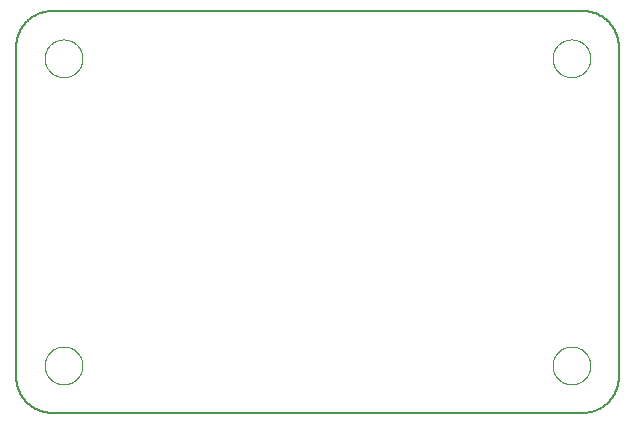
<source format=gbp>
G75*
%MOIN*%
%OFA0B0*%
%FSLAX25Y25*%
%IPPOS*%
%LPD*%
%AMOC8*
5,1,8,0,0,1.08239X$1,22.5*
%
%ADD10C,0.00800*%
%ADD11C,0.00000*%
D10*
X0013211Y0001400D02*
X0190376Y0001400D01*
X0190661Y0001403D01*
X0190947Y0001414D01*
X0191232Y0001431D01*
X0191516Y0001455D01*
X0191800Y0001486D01*
X0192083Y0001524D01*
X0192364Y0001569D01*
X0192645Y0001620D01*
X0192925Y0001678D01*
X0193203Y0001743D01*
X0193479Y0001815D01*
X0193753Y0001893D01*
X0194026Y0001978D01*
X0194296Y0002070D01*
X0194564Y0002168D01*
X0194830Y0002272D01*
X0195093Y0002383D01*
X0195353Y0002500D01*
X0195611Y0002623D01*
X0195865Y0002753D01*
X0196116Y0002889D01*
X0196364Y0003030D01*
X0196608Y0003178D01*
X0196849Y0003331D01*
X0197085Y0003491D01*
X0197318Y0003656D01*
X0197547Y0003826D01*
X0197772Y0004002D01*
X0197992Y0004184D01*
X0198208Y0004370D01*
X0198419Y0004562D01*
X0198626Y0004759D01*
X0198828Y0004961D01*
X0199025Y0005168D01*
X0199217Y0005379D01*
X0199403Y0005595D01*
X0199585Y0005815D01*
X0199761Y0006040D01*
X0199931Y0006269D01*
X0200096Y0006502D01*
X0200256Y0006738D01*
X0200409Y0006979D01*
X0200557Y0007223D01*
X0200698Y0007471D01*
X0200834Y0007722D01*
X0200964Y0007976D01*
X0201087Y0008234D01*
X0201204Y0008494D01*
X0201315Y0008757D01*
X0201419Y0009023D01*
X0201517Y0009291D01*
X0201609Y0009561D01*
X0201694Y0009834D01*
X0201772Y0010108D01*
X0201844Y0010384D01*
X0201909Y0010662D01*
X0201967Y0010942D01*
X0202018Y0011223D01*
X0202063Y0011504D01*
X0202101Y0011787D01*
X0202132Y0012071D01*
X0202156Y0012355D01*
X0202173Y0012640D01*
X0202184Y0012926D01*
X0202187Y0013211D01*
X0202187Y0123447D01*
X0202184Y0123732D01*
X0202173Y0124018D01*
X0202156Y0124303D01*
X0202132Y0124587D01*
X0202101Y0124871D01*
X0202063Y0125154D01*
X0202018Y0125435D01*
X0201967Y0125716D01*
X0201909Y0125996D01*
X0201844Y0126274D01*
X0201772Y0126550D01*
X0201694Y0126824D01*
X0201609Y0127097D01*
X0201517Y0127367D01*
X0201419Y0127635D01*
X0201315Y0127901D01*
X0201204Y0128164D01*
X0201087Y0128424D01*
X0200964Y0128682D01*
X0200834Y0128936D01*
X0200698Y0129187D01*
X0200557Y0129435D01*
X0200409Y0129679D01*
X0200256Y0129920D01*
X0200096Y0130156D01*
X0199931Y0130389D01*
X0199761Y0130618D01*
X0199585Y0130843D01*
X0199403Y0131063D01*
X0199217Y0131279D01*
X0199025Y0131490D01*
X0198828Y0131697D01*
X0198626Y0131899D01*
X0198419Y0132096D01*
X0198208Y0132288D01*
X0197992Y0132474D01*
X0197772Y0132656D01*
X0197547Y0132832D01*
X0197318Y0133002D01*
X0197085Y0133167D01*
X0196849Y0133327D01*
X0196608Y0133480D01*
X0196364Y0133628D01*
X0196116Y0133769D01*
X0195865Y0133905D01*
X0195611Y0134035D01*
X0195353Y0134158D01*
X0195093Y0134275D01*
X0194830Y0134386D01*
X0194564Y0134490D01*
X0194296Y0134588D01*
X0194026Y0134680D01*
X0193753Y0134765D01*
X0193479Y0134843D01*
X0193203Y0134915D01*
X0192925Y0134980D01*
X0192645Y0135038D01*
X0192364Y0135089D01*
X0192083Y0135134D01*
X0191800Y0135172D01*
X0191516Y0135203D01*
X0191232Y0135227D01*
X0190947Y0135244D01*
X0190661Y0135255D01*
X0190376Y0135258D01*
X0013211Y0135258D01*
X0012926Y0135255D01*
X0012640Y0135244D01*
X0012355Y0135227D01*
X0012071Y0135203D01*
X0011787Y0135172D01*
X0011504Y0135134D01*
X0011223Y0135089D01*
X0010942Y0135038D01*
X0010662Y0134980D01*
X0010384Y0134915D01*
X0010108Y0134843D01*
X0009834Y0134765D01*
X0009561Y0134680D01*
X0009291Y0134588D01*
X0009023Y0134490D01*
X0008757Y0134386D01*
X0008494Y0134275D01*
X0008234Y0134158D01*
X0007976Y0134035D01*
X0007722Y0133905D01*
X0007471Y0133769D01*
X0007223Y0133628D01*
X0006979Y0133480D01*
X0006738Y0133327D01*
X0006502Y0133167D01*
X0006269Y0133002D01*
X0006040Y0132832D01*
X0005815Y0132656D01*
X0005595Y0132474D01*
X0005379Y0132288D01*
X0005168Y0132096D01*
X0004961Y0131899D01*
X0004759Y0131697D01*
X0004562Y0131490D01*
X0004370Y0131279D01*
X0004184Y0131063D01*
X0004002Y0130843D01*
X0003826Y0130618D01*
X0003656Y0130389D01*
X0003491Y0130156D01*
X0003331Y0129920D01*
X0003178Y0129679D01*
X0003030Y0129435D01*
X0002889Y0129187D01*
X0002753Y0128936D01*
X0002623Y0128682D01*
X0002500Y0128424D01*
X0002383Y0128164D01*
X0002272Y0127901D01*
X0002168Y0127635D01*
X0002070Y0127367D01*
X0001978Y0127097D01*
X0001893Y0126824D01*
X0001815Y0126550D01*
X0001743Y0126274D01*
X0001678Y0125996D01*
X0001620Y0125716D01*
X0001569Y0125435D01*
X0001524Y0125154D01*
X0001486Y0124871D01*
X0001455Y0124587D01*
X0001431Y0124303D01*
X0001414Y0124018D01*
X0001403Y0123732D01*
X0001400Y0123447D01*
X0001400Y0013211D01*
X0001403Y0012926D01*
X0001414Y0012640D01*
X0001431Y0012355D01*
X0001455Y0012071D01*
X0001486Y0011787D01*
X0001524Y0011504D01*
X0001569Y0011223D01*
X0001620Y0010942D01*
X0001678Y0010662D01*
X0001743Y0010384D01*
X0001815Y0010108D01*
X0001893Y0009834D01*
X0001978Y0009561D01*
X0002070Y0009291D01*
X0002168Y0009023D01*
X0002272Y0008757D01*
X0002383Y0008494D01*
X0002500Y0008234D01*
X0002623Y0007976D01*
X0002753Y0007722D01*
X0002889Y0007471D01*
X0003030Y0007223D01*
X0003178Y0006979D01*
X0003331Y0006738D01*
X0003491Y0006502D01*
X0003656Y0006269D01*
X0003826Y0006040D01*
X0004002Y0005815D01*
X0004184Y0005595D01*
X0004370Y0005379D01*
X0004562Y0005168D01*
X0004759Y0004961D01*
X0004961Y0004759D01*
X0005168Y0004562D01*
X0005379Y0004370D01*
X0005595Y0004184D01*
X0005815Y0004002D01*
X0006040Y0003826D01*
X0006269Y0003656D01*
X0006502Y0003491D01*
X0006738Y0003331D01*
X0006979Y0003178D01*
X0007223Y0003030D01*
X0007471Y0002889D01*
X0007722Y0002753D01*
X0007976Y0002623D01*
X0008234Y0002500D01*
X0008494Y0002383D01*
X0008757Y0002272D01*
X0009023Y0002168D01*
X0009291Y0002070D01*
X0009561Y0001978D01*
X0009834Y0001893D01*
X0010108Y0001815D01*
X0010384Y0001743D01*
X0010662Y0001678D01*
X0010942Y0001620D01*
X0011223Y0001569D01*
X0011504Y0001524D01*
X0011787Y0001486D01*
X0012071Y0001455D01*
X0012355Y0001431D01*
X0012640Y0001414D01*
X0012926Y0001403D01*
X0013211Y0001400D01*
D11*
X0010849Y0017148D02*
X0010851Y0017306D01*
X0010857Y0017464D01*
X0010867Y0017622D01*
X0010881Y0017780D01*
X0010899Y0017937D01*
X0010920Y0018094D01*
X0010946Y0018250D01*
X0010976Y0018406D01*
X0011009Y0018561D01*
X0011047Y0018714D01*
X0011088Y0018867D01*
X0011133Y0019019D01*
X0011182Y0019170D01*
X0011235Y0019319D01*
X0011291Y0019467D01*
X0011351Y0019613D01*
X0011415Y0019758D01*
X0011483Y0019901D01*
X0011554Y0020043D01*
X0011628Y0020183D01*
X0011706Y0020320D01*
X0011788Y0020456D01*
X0011872Y0020590D01*
X0011961Y0020721D01*
X0012052Y0020850D01*
X0012147Y0020977D01*
X0012244Y0021102D01*
X0012345Y0021224D01*
X0012449Y0021343D01*
X0012556Y0021460D01*
X0012666Y0021574D01*
X0012779Y0021685D01*
X0012894Y0021794D01*
X0013012Y0021899D01*
X0013133Y0022001D01*
X0013256Y0022101D01*
X0013382Y0022197D01*
X0013510Y0022290D01*
X0013640Y0022380D01*
X0013773Y0022466D01*
X0013908Y0022550D01*
X0014044Y0022629D01*
X0014183Y0022706D01*
X0014324Y0022778D01*
X0014466Y0022848D01*
X0014610Y0022913D01*
X0014756Y0022975D01*
X0014903Y0023033D01*
X0015052Y0023088D01*
X0015202Y0023139D01*
X0015353Y0023186D01*
X0015505Y0023229D01*
X0015658Y0023268D01*
X0015813Y0023304D01*
X0015968Y0023335D01*
X0016124Y0023363D01*
X0016280Y0023387D01*
X0016437Y0023407D01*
X0016595Y0023423D01*
X0016752Y0023435D01*
X0016911Y0023443D01*
X0017069Y0023447D01*
X0017227Y0023447D01*
X0017385Y0023443D01*
X0017544Y0023435D01*
X0017701Y0023423D01*
X0017859Y0023407D01*
X0018016Y0023387D01*
X0018172Y0023363D01*
X0018328Y0023335D01*
X0018483Y0023304D01*
X0018638Y0023268D01*
X0018791Y0023229D01*
X0018943Y0023186D01*
X0019094Y0023139D01*
X0019244Y0023088D01*
X0019393Y0023033D01*
X0019540Y0022975D01*
X0019686Y0022913D01*
X0019830Y0022848D01*
X0019972Y0022778D01*
X0020113Y0022706D01*
X0020252Y0022629D01*
X0020388Y0022550D01*
X0020523Y0022466D01*
X0020656Y0022380D01*
X0020786Y0022290D01*
X0020914Y0022197D01*
X0021040Y0022101D01*
X0021163Y0022001D01*
X0021284Y0021899D01*
X0021402Y0021794D01*
X0021517Y0021685D01*
X0021630Y0021574D01*
X0021740Y0021460D01*
X0021847Y0021343D01*
X0021951Y0021224D01*
X0022052Y0021102D01*
X0022149Y0020977D01*
X0022244Y0020850D01*
X0022335Y0020721D01*
X0022424Y0020590D01*
X0022508Y0020456D01*
X0022590Y0020320D01*
X0022668Y0020183D01*
X0022742Y0020043D01*
X0022813Y0019901D01*
X0022881Y0019758D01*
X0022945Y0019613D01*
X0023005Y0019467D01*
X0023061Y0019319D01*
X0023114Y0019170D01*
X0023163Y0019019D01*
X0023208Y0018867D01*
X0023249Y0018714D01*
X0023287Y0018561D01*
X0023320Y0018406D01*
X0023350Y0018250D01*
X0023376Y0018094D01*
X0023397Y0017937D01*
X0023415Y0017780D01*
X0023429Y0017622D01*
X0023439Y0017464D01*
X0023445Y0017306D01*
X0023447Y0017148D01*
X0023445Y0016990D01*
X0023439Y0016832D01*
X0023429Y0016674D01*
X0023415Y0016516D01*
X0023397Y0016359D01*
X0023376Y0016202D01*
X0023350Y0016046D01*
X0023320Y0015890D01*
X0023287Y0015735D01*
X0023249Y0015582D01*
X0023208Y0015429D01*
X0023163Y0015277D01*
X0023114Y0015126D01*
X0023061Y0014977D01*
X0023005Y0014829D01*
X0022945Y0014683D01*
X0022881Y0014538D01*
X0022813Y0014395D01*
X0022742Y0014253D01*
X0022668Y0014113D01*
X0022590Y0013976D01*
X0022508Y0013840D01*
X0022424Y0013706D01*
X0022335Y0013575D01*
X0022244Y0013446D01*
X0022149Y0013319D01*
X0022052Y0013194D01*
X0021951Y0013072D01*
X0021847Y0012953D01*
X0021740Y0012836D01*
X0021630Y0012722D01*
X0021517Y0012611D01*
X0021402Y0012502D01*
X0021284Y0012397D01*
X0021163Y0012295D01*
X0021040Y0012195D01*
X0020914Y0012099D01*
X0020786Y0012006D01*
X0020656Y0011916D01*
X0020523Y0011830D01*
X0020388Y0011746D01*
X0020252Y0011667D01*
X0020113Y0011590D01*
X0019972Y0011518D01*
X0019830Y0011448D01*
X0019686Y0011383D01*
X0019540Y0011321D01*
X0019393Y0011263D01*
X0019244Y0011208D01*
X0019094Y0011157D01*
X0018943Y0011110D01*
X0018791Y0011067D01*
X0018638Y0011028D01*
X0018483Y0010992D01*
X0018328Y0010961D01*
X0018172Y0010933D01*
X0018016Y0010909D01*
X0017859Y0010889D01*
X0017701Y0010873D01*
X0017544Y0010861D01*
X0017385Y0010853D01*
X0017227Y0010849D01*
X0017069Y0010849D01*
X0016911Y0010853D01*
X0016752Y0010861D01*
X0016595Y0010873D01*
X0016437Y0010889D01*
X0016280Y0010909D01*
X0016124Y0010933D01*
X0015968Y0010961D01*
X0015813Y0010992D01*
X0015658Y0011028D01*
X0015505Y0011067D01*
X0015353Y0011110D01*
X0015202Y0011157D01*
X0015052Y0011208D01*
X0014903Y0011263D01*
X0014756Y0011321D01*
X0014610Y0011383D01*
X0014466Y0011448D01*
X0014324Y0011518D01*
X0014183Y0011590D01*
X0014044Y0011667D01*
X0013908Y0011746D01*
X0013773Y0011830D01*
X0013640Y0011916D01*
X0013510Y0012006D01*
X0013382Y0012099D01*
X0013256Y0012195D01*
X0013133Y0012295D01*
X0013012Y0012397D01*
X0012894Y0012502D01*
X0012779Y0012611D01*
X0012666Y0012722D01*
X0012556Y0012836D01*
X0012449Y0012953D01*
X0012345Y0013072D01*
X0012244Y0013194D01*
X0012147Y0013319D01*
X0012052Y0013446D01*
X0011961Y0013575D01*
X0011872Y0013706D01*
X0011788Y0013840D01*
X0011706Y0013976D01*
X0011628Y0014113D01*
X0011554Y0014253D01*
X0011483Y0014395D01*
X0011415Y0014538D01*
X0011351Y0014683D01*
X0011291Y0014829D01*
X0011235Y0014977D01*
X0011182Y0015126D01*
X0011133Y0015277D01*
X0011088Y0015429D01*
X0011047Y0015582D01*
X0011009Y0015735D01*
X0010976Y0015890D01*
X0010946Y0016046D01*
X0010920Y0016202D01*
X0010899Y0016359D01*
X0010881Y0016516D01*
X0010867Y0016674D01*
X0010857Y0016832D01*
X0010851Y0016990D01*
X0010849Y0017148D01*
X0010849Y0119510D02*
X0010851Y0119668D01*
X0010857Y0119826D01*
X0010867Y0119984D01*
X0010881Y0120142D01*
X0010899Y0120299D01*
X0010920Y0120456D01*
X0010946Y0120612D01*
X0010976Y0120768D01*
X0011009Y0120923D01*
X0011047Y0121076D01*
X0011088Y0121229D01*
X0011133Y0121381D01*
X0011182Y0121532D01*
X0011235Y0121681D01*
X0011291Y0121829D01*
X0011351Y0121975D01*
X0011415Y0122120D01*
X0011483Y0122263D01*
X0011554Y0122405D01*
X0011628Y0122545D01*
X0011706Y0122682D01*
X0011788Y0122818D01*
X0011872Y0122952D01*
X0011961Y0123083D01*
X0012052Y0123212D01*
X0012147Y0123339D01*
X0012244Y0123464D01*
X0012345Y0123586D01*
X0012449Y0123705D01*
X0012556Y0123822D01*
X0012666Y0123936D01*
X0012779Y0124047D01*
X0012894Y0124156D01*
X0013012Y0124261D01*
X0013133Y0124363D01*
X0013256Y0124463D01*
X0013382Y0124559D01*
X0013510Y0124652D01*
X0013640Y0124742D01*
X0013773Y0124828D01*
X0013908Y0124912D01*
X0014044Y0124991D01*
X0014183Y0125068D01*
X0014324Y0125140D01*
X0014466Y0125210D01*
X0014610Y0125275D01*
X0014756Y0125337D01*
X0014903Y0125395D01*
X0015052Y0125450D01*
X0015202Y0125501D01*
X0015353Y0125548D01*
X0015505Y0125591D01*
X0015658Y0125630D01*
X0015813Y0125666D01*
X0015968Y0125697D01*
X0016124Y0125725D01*
X0016280Y0125749D01*
X0016437Y0125769D01*
X0016595Y0125785D01*
X0016752Y0125797D01*
X0016911Y0125805D01*
X0017069Y0125809D01*
X0017227Y0125809D01*
X0017385Y0125805D01*
X0017544Y0125797D01*
X0017701Y0125785D01*
X0017859Y0125769D01*
X0018016Y0125749D01*
X0018172Y0125725D01*
X0018328Y0125697D01*
X0018483Y0125666D01*
X0018638Y0125630D01*
X0018791Y0125591D01*
X0018943Y0125548D01*
X0019094Y0125501D01*
X0019244Y0125450D01*
X0019393Y0125395D01*
X0019540Y0125337D01*
X0019686Y0125275D01*
X0019830Y0125210D01*
X0019972Y0125140D01*
X0020113Y0125068D01*
X0020252Y0124991D01*
X0020388Y0124912D01*
X0020523Y0124828D01*
X0020656Y0124742D01*
X0020786Y0124652D01*
X0020914Y0124559D01*
X0021040Y0124463D01*
X0021163Y0124363D01*
X0021284Y0124261D01*
X0021402Y0124156D01*
X0021517Y0124047D01*
X0021630Y0123936D01*
X0021740Y0123822D01*
X0021847Y0123705D01*
X0021951Y0123586D01*
X0022052Y0123464D01*
X0022149Y0123339D01*
X0022244Y0123212D01*
X0022335Y0123083D01*
X0022424Y0122952D01*
X0022508Y0122818D01*
X0022590Y0122682D01*
X0022668Y0122545D01*
X0022742Y0122405D01*
X0022813Y0122263D01*
X0022881Y0122120D01*
X0022945Y0121975D01*
X0023005Y0121829D01*
X0023061Y0121681D01*
X0023114Y0121532D01*
X0023163Y0121381D01*
X0023208Y0121229D01*
X0023249Y0121076D01*
X0023287Y0120923D01*
X0023320Y0120768D01*
X0023350Y0120612D01*
X0023376Y0120456D01*
X0023397Y0120299D01*
X0023415Y0120142D01*
X0023429Y0119984D01*
X0023439Y0119826D01*
X0023445Y0119668D01*
X0023447Y0119510D01*
X0023445Y0119352D01*
X0023439Y0119194D01*
X0023429Y0119036D01*
X0023415Y0118878D01*
X0023397Y0118721D01*
X0023376Y0118564D01*
X0023350Y0118408D01*
X0023320Y0118252D01*
X0023287Y0118097D01*
X0023249Y0117944D01*
X0023208Y0117791D01*
X0023163Y0117639D01*
X0023114Y0117488D01*
X0023061Y0117339D01*
X0023005Y0117191D01*
X0022945Y0117045D01*
X0022881Y0116900D01*
X0022813Y0116757D01*
X0022742Y0116615D01*
X0022668Y0116475D01*
X0022590Y0116338D01*
X0022508Y0116202D01*
X0022424Y0116068D01*
X0022335Y0115937D01*
X0022244Y0115808D01*
X0022149Y0115681D01*
X0022052Y0115556D01*
X0021951Y0115434D01*
X0021847Y0115315D01*
X0021740Y0115198D01*
X0021630Y0115084D01*
X0021517Y0114973D01*
X0021402Y0114864D01*
X0021284Y0114759D01*
X0021163Y0114657D01*
X0021040Y0114557D01*
X0020914Y0114461D01*
X0020786Y0114368D01*
X0020656Y0114278D01*
X0020523Y0114192D01*
X0020388Y0114108D01*
X0020252Y0114029D01*
X0020113Y0113952D01*
X0019972Y0113880D01*
X0019830Y0113810D01*
X0019686Y0113745D01*
X0019540Y0113683D01*
X0019393Y0113625D01*
X0019244Y0113570D01*
X0019094Y0113519D01*
X0018943Y0113472D01*
X0018791Y0113429D01*
X0018638Y0113390D01*
X0018483Y0113354D01*
X0018328Y0113323D01*
X0018172Y0113295D01*
X0018016Y0113271D01*
X0017859Y0113251D01*
X0017701Y0113235D01*
X0017544Y0113223D01*
X0017385Y0113215D01*
X0017227Y0113211D01*
X0017069Y0113211D01*
X0016911Y0113215D01*
X0016752Y0113223D01*
X0016595Y0113235D01*
X0016437Y0113251D01*
X0016280Y0113271D01*
X0016124Y0113295D01*
X0015968Y0113323D01*
X0015813Y0113354D01*
X0015658Y0113390D01*
X0015505Y0113429D01*
X0015353Y0113472D01*
X0015202Y0113519D01*
X0015052Y0113570D01*
X0014903Y0113625D01*
X0014756Y0113683D01*
X0014610Y0113745D01*
X0014466Y0113810D01*
X0014324Y0113880D01*
X0014183Y0113952D01*
X0014044Y0114029D01*
X0013908Y0114108D01*
X0013773Y0114192D01*
X0013640Y0114278D01*
X0013510Y0114368D01*
X0013382Y0114461D01*
X0013256Y0114557D01*
X0013133Y0114657D01*
X0013012Y0114759D01*
X0012894Y0114864D01*
X0012779Y0114973D01*
X0012666Y0115084D01*
X0012556Y0115198D01*
X0012449Y0115315D01*
X0012345Y0115434D01*
X0012244Y0115556D01*
X0012147Y0115681D01*
X0012052Y0115808D01*
X0011961Y0115937D01*
X0011872Y0116068D01*
X0011788Y0116202D01*
X0011706Y0116338D01*
X0011628Y0116475D01*
X0011554Y0116615D01*
X0011483Y0116757D01*
X0011415Y0116900D01*
X0011351Y0117045D01*
X0011291Y0117191D01*
X0011235Y0117339D01*
X0011182Y0117488D01*
X0011133Y0117639D01*
X0011088Y0117791D01*
X0011047Y0117944D01*
X0011009Y0118097D01*
X0010976Y0118252D01*
X0010946Y0118408D01*
X0010920Y0118564D01*
X0010899Y0118721D01*
X0010881Y0118878D01*
X0010867Y0119036D01*
X0010857Y0119194D01*
X0010851Y0119352D01*
X0010849Y0119510D01*
X0180140Y0119510D02*
X0180142Y0119668D01*
X0180148Y0119826D01*
X0180158Y0119984D01*
X0180172Y0120142D01*
X0180190Y0120299D01*
X0180211Y0120456D01*
X0180237Y0120612D01*
X0180267Y0120768D01*
X0180300Y0120923D01*
X0180338Y0121076D01*
X0180379Y0121229D01*
X0180424Y0121381D01*
X0180473Y0121532D01*
X0180526Y0121681D01*
X0180582Y0121829D01*
X0180642Y0121975D01*
X0180706Y0122120D01*
X0180774Y0122263D01*
X0180845Y0122405D01*
X0180919Y0122545D01*
X0180997Y0122682D01*
X0181079Y0122818D01*
X0181163Y0122952D01*
X0181252Y0123083D01*
X0181343Y0123212D01*
X0181438Y0123339D01*
X0181535Y0123464D01*
X0181636Y0123586D01*
X0181740Y0123705D01*
X0181847Y0123822D01*
X0181957Y0123936D01*
X0182070Y0124047D01*
X0182185Y0124156D01*
X0182303Y0124261D01*
X0182424Y0124363D01*
X0182547Y0124463D01*
X0182673Y0124559D01*
X0182801Y0124652D01*
X0182931Y0124742D01*
X0183064Y0124828D01*
X0183199Y0124912D01*
X0183335Y0124991D01*
X0183474Y0125068D01*
X0183615Y0125140D01*
X0183757Y0125210D01*
X0183901Y0125275D01*
X0184047Y0125337D01*
X0184194Y0125395D01*
X0184343Y0125450D01*
X0184493Y0125501D01*
X0184644Y0125548D01*
X0184796Y0125591D01*
X0184949Y0125630D01*
X0185104Y0125666D01*
X0185259Y0125697D01*
X0185415Y0125725D01*
X0185571Y0125749D01*
X0185728Y0125769D01*
X0185886Y0125785D01*
X0186043Y0125797D01*
X0186202Y0125805D01*
X0186360Y0125809D01*
X0186518Y0125809D01*
X0186676Y0125805D01*
X0186835Y0125797D01*
X0186992Y0125785D01*
X0187150Y0125769D01*
X0187307Y0125749D01*
X0187463Y0125725D01*
X0187619Y0125697D01*
X0187774Y0125666D01*
X0187929Y0125630D01*
X0188082Y0125591D01*
X0188234Y0125548D01*
X0188385Y0125501D01*
X0188535Y0125450D01*
X0188684Y0125395D01*
X0188831Y0125337D01*
X0188977Y0125275D01*
X0189121Y0125210D01*
X0189263Y0125140D01*
X0189404Y0125068D01*
X0189543Y0124991D01*
X0189679Y0124912D01*
X0189814Y0124828D01*
X0189947Y0124742D01*
X0190077Y0124652D01*
X0190205Y0124559D01*
X0190331Y0124463D01*
X0190454Y0124363D01*
X0190575Y0124261D01*
X0190693Y0124156D01*
X0190808Y0124047D01*
X0190921Y0123936D01*
X0191031Y0123822D01*
X0191138Y0123705D01*
X0191242Y0123586D01*
X0191343Y0123464D01*
X0191440Y0123339D01*
X0191535Y0123212D01*
X0191626Y0123083D01*
X0191715Y0122952D01*
X0191799Y0122818D01*
X0191881Y0122682D01*
X0191959Y0122545D01*
X0192033Y0122405D01*
X0192104Y0122263D01*
X0192172Y0122120D01*
X0192236Y0121975D01*
X0192296Y0121829D01*
X0192352Y0121681D01*
X0192405Y0121532D01*
X0192454Y0121381D01*
X0192499Y0121229D01*
X0192540Y0121076D01*
X0192578Y0120923D01*
X0192611Y0120768D01*
X0192641Y0120612D01*
X0192667Y0120456D01*
X0192688Y0120299D01*
X0192706Y0120142D01*
X0192720Y0119984D01*
X0192730Y0119826D01*
X0192736Y0119668D01*
X0192738Y0119510D01*
X0192736Y0119352D01*
X0192730Y0119194D01*
X0192720Y0119036D01*
X0192706Y0118878D01*
X0192688Y0118721D01*
X0192667Y0118564D01*
X0192641Y0118408D01*
X0192611Y0118252D01*
X0192578Y0118097D01*
X0192540Y0117944D01*
X0192499Y0117791D01*
X0192454Y0117639D01*
X0192405Y0117488D01*
X0192352Y0117339D01*
X0192296Y0117191D01*
X0192236Y0117045D01*
X0192172Y0116900D01*
X0192104Y0116757D01*
X0192033Y0116615D01*
X0191959Y0116475D01*
X0191881Y0116338D01*
X0191799Y0116202D01*
X0191715Y0116068D01*
X0191626Y0115937D01*
X0191535Y0115808D01*
X0191440Y0115681D01*
X0191343Y0115556D01*
X0191242Y0115434D01*
X0191138Y0115315D01*
X0191031Y0115198D01*
X0190921Y0115084D01*
X0190808Y0114973D01*
X0190693Y0114864D01*
X0190575Y0114759D01*
X0190454Y0114657D01*
X0190331Y0114557D01*
X0190205Y0114461D01*
X0190077Y0114368D01*
X0189947Y0114278D01*
X0189814Y0114192D01*
X0189679Y0114108D01*
X0189543Y0114029D01*
X0189404Y0113952D01*
X0189263Y0113880D01*
X0189121Y0113810D01*
X0188977Y0113745D01*
X0188831Y0113683D01*
X0188684Y0113625D01*
X0188535Y0113570D01*
X0188385Y0113519D01*
X0188234Y0113472D01*
X0188082Y0113429D01*
X0187929Y0113390D01*
X0187774Y0113354D01*
X0187619Y0113323D01*
X0187463Y0113295D01*
X0187307Y0113271D01*
X0187150Y0113251D01*
X0186992Y0113235D01*
X0186835Y0113223D01*
X0186676Y0113215D01*
X0186518Y0113211D01*
X0186360Y0113211D01*
X0186202Y0113215D01*
X0186043Y0113223D01*
X0185886Y0113235D01*
X0185728Y0113251D01*
X0185571Y0113271D01*
X0185415Y0113295D01*
X0185259Y0113323D01*
X0185104Y0113354D01*
X0184949Y0113390D01*
X0184796Y0113429D01*
X0184644Y0113472D01*
X0184493Y0113519D01*
X0184343Y0113570D01*
X0184194Y0113625D01*
X0184047Y0113683D01*
X0183901Y0113745D01*
X0183757Y0113810D01*
X0183615Y0113880D01*
X0183474Y0113952D01*
X0183335Y0114029D01*
X0183199Y0114108D01*
X0183064Y0114192D01*
X0182931Y0114278D01*
X0182801Y0114368D01*
X0182673Y0114461D01*
X0182547Y0114557D01*
X0182424Y0114657D01*
X0182303Y0114759D01*
X0182185Y0114864D01*
X0182070Y0114973D01*
X0181957Y0115084D01*
X0181847Y0115198D01*
X0181740Y0115315D01*
X0181636Y0115434D01*
X0181535Y0115556D01*
X0181438Y0115681D01*
X0181343Y0115808D01*
X0181252Y0115937D01*
X0181163Y0116068D01*
X0181079Y0116202D01*
X0180997Y0116338D01*
X0180919Y0116475D01*
X0180845Y0116615D01*
X0180774Y0116757D01*
X0180706Y0116900D01*
X0180642Y0117045D01*
X0180582Y0117191D01*
X0180526Y0117339D01*
X0180473Y0117488D01*
X0180424Y0117639D01*
X0180379Y0117791D01*
X0180338Y0117944D01*
X0180300Y0118097D01*
X0180267Y0118252D01*
X0180237Y0118408D01*
X0180211Y0118564D01*
X0180190Y0118721D01*
X0180172Y0118878D01*
X0180158Y0119036D01*
X0180148Y0119194D01*
X0180142Y0119352D01*
X0180140Y0119510D01*
X0180140Y0017148D02*
X0180142Y0017306D01*
X0180148Y0017464D01*
X0180158Y0017622D01*
X0180172Y0017780D01*
X0180190Y0017937D01*
X0180211Y0018094D01*
X0180237Y0018250D01*
X0180267Y0018406D01*
X0180300Y0018561D01*
X0180338Y0018714D01*
X0180379Y0018867D01*
X0180424Y0019019D01*
X0180473Y0019170D01*
X0180526Y0019319D01*
X0180582Y0019467D01*
X0180642Y0019613D01*
X0180706Y0019758D01*
X0180774Y0019901D01*
X0180845Y0020043D01*
X0180919Y0020183D01*
X0180997Y0020320D01*
X0181079Y0020456D01*
X0181163Y0020590D01*
X0181252Y0020721D01*
X0181343Y0020850D01*
X0181438Y0020977D01*
X0181535Y0021102D01*
X0181636Y0021224D01*
X0181740Y0021343D01*
X0181847Y0021460D01*
X0181957Y0021574D01*
X0182070Y0021685D01*
X0182185Y0021794D01*
X0182303Y0021899D01*
X0182424Y0022001D01*
X0182547Y0022101D01*
X0182673Y0022197D01*
X0182801Y0022290D01*
X0182931Y0022380D01*
X0183064Y0022466D01*
X0183199Y0022550D01*
X0183335Y0022629D01*
X0183474Y0022706D01*
X0183615Y0022778D01*
X0183757Y0022848D01*
X0183901Y0022913D01*
X0184047Y0022975D01*
X0184194Y0023033D01*
X0184343Y0023088D01*
X0184493Y0023139D01*
X0184644Y0023186D01*
X0184796Y0023229D01*
X0184949Y0023268D01*
X0185104Y0023304D01*
X0185259Y0023335D01*
X0185415Y0023363D01*
X0185571Y0023387D01*
X0185728Y0023407D01*
X0185886Y0023423D01*
X0186043Y0023435D01*
X0186202Y0023443D01*
X0186360Y0023447D01*
X0186518Y0023447D01*
X0186676Y0023443D01*
X0186835Y0023435D01*
X0186992Y0023423D01*
X0187150Y0023407D01*
X0187307Y0023387D01*
X0187463Y0023363D01*
X0187619Y0023335D01*
X0187774Y0023304D01*
X0187929Y0023268D01*
X0188082Y0023229D01*
X0188234Y0023186D01*
X0188385Y0023139D01*
X0188535Y0023088D01*
X0188684Y0023033D01*
X0188831Y0022975D01*
X0188977Y0022913D01*
X0189121Y0022848D01*
X0189263Y0022778D01*
X0189404Y0022706D01*
X0189543Y0022629D01*
X0189679Y0022550D01*
X0189814Y0022466D01*
X0189947Y0022380D01*
X0190077Y0022290D01*
X0190205Y0022197D01*
X0190331Y0022101D01*
X0190454Y0022001D01*
X0190575Y0021899D01*
X0190693Y0021794D01*
X0190808Y0021685D01*
X0190921Y0021574D01*
X0191031Y0021460D01*
X0191138Y0021343D01*
X0191242Y0021224D01*
X0191343Y0021102D01*
X0191440Y0020977D01*
X0191535Y0020850D01*
X0191626Y0020721D01*
X0191715Y0020590D01*
X0191799Y0020456D01*
X0191881Y0020320D01*
X0191959Y0020183D01*
X0192033Y0020043D01*
X0192104Y0019901D01*
X0192172Y0019758D01*
X0192236Y0019613D01*
X0192296Y0019467D01*
X0192352Y0019319D01*
X0192405Y0019170D01*
X0192454Y0019019D01*
X0192499Y0018867D01*
X0192540Y0018714D01*
X0192578Y0018561D01*
X0192611Y0018406D01*
X0192641Y0018250D01*
X0192667Y0018094D01*
X0192688Y0017937D01*
X0192706Y0017780D01*
X0192720Y0017622D01*
X0192730Y0017464D01*
X0192736Y0017306D01*
X0192738Y0017148D01*
X0192736Y0016990D01*
X0192730Y0016832D01*
X0192720Y0016674D01*
X0192706Y0016516D01*
X0192688Y0016359D01*
X0192667Y0016202D01*
X0192641Y0016046D01*
X0192611Y0015890D01*
X0192578Y0015735D01*
X0192540Y0015582D01*
X0192499Y0015429D01*
X0192454Y0015277D01*
X0192405Y0015126D01*
X0192352Y0014977D01*
X0192296Y0014829D01*
X0192236Y0014683D01*
X0192172Y0014538D01*
X0192104Y0014395D01*
X0192033Y0014253D01*
X0191959Y0014113D01*
X0191881Y0013976D01*
X0191799Y0013840D01*
X0191715Y0013706D01*
X0191626Y0013575D01*
X0191535Y0013446D01*
X0191440Y0013319D01*
X0191343Y0013194D01*
X0191242Y0013072D01*
X0191138Y0012953D01*
X0191031Y0012836D01*
X0190921Y0012722D01*
X0190808Y0012611D01*
X0190693Y0012502D01*
X0190575Y0012397D01*
X0190454Y0012295D01*
X0190331Y0012195D01*
X0190205Y0012099D01*
X0190077Y0012006D01*
X0189947Y0011916D01*
X0189814Y0011830D01*
X0189679Y0011746D01*
X0189543Y0011667D01*
X0189404Y0011590D01*
X0189263Y0011518D01*
X0189121Y0011448D01*
X0188977Y0011383D01*
X0188831Y0011321D01*
X0188684Y0011263D01*
X0188535Y0011208D01*
X0188385Y0011157D01*
X0188234Y0011110D01*
X0188082Y0011067D01*
X0187929Y0011028D01*
X0187774Y0010992D01*
X0187619Y0010961D01*
X0187463Y0010933D01*
X0187307Y0010909D01*
X0187150Y0010889D01*
X0186992Y0010873D01*
X0186835Y0010861D01*
X0186676Y0010853D01*
X0186518Y0010849D01*
X0186360Y0010849D01*
X0186202Y0010853D01*
X0186043Y0010861D01*
X0185886Y0010873D01*
X0185728Y0010889D01*
X0185571Y0010909D01*
X0185415Y0010933D01*
X0185259Y0010961D01*
X0185104Y0010992D01*
X0184949Y0011028D01*
X0184796Y0011067D01*
X0184644Y0011110D01*
X0184493Y0011157D01*
X0184343Y0011208D01*
X0184194Y0011263D01*
X0184047Y0011321D01*
X0183901Y0011383D01*
X0183757Y0011448D01*
X0183615Y0011518D01*
X0183474Y0011590D01*
X0183335Y0011667D01*
X0183199Y0011746D01*
X0183064Y0011830D01*
X0182931Y0011916D01*
X0182801Y0012006D01*
X0182673Y0012099D01*
X0182547Y0012195D01*
X0182424Y0012295D01*
X0182303Y0012397D01*
X0182185Y0012502D01*
X0182070Y0012611D01*
X0181957Y0012722D01*
X0181847Y0012836D01*
X0181740Y0012953D01*
X0181636Y0013072D01*
X0181535Y0013194D01*
X0181438Y0013319D01*
X0181343Y0013446D01*
X0181252Y0013575D01*
X0181163Y0013706D01*
X0181079Y0013840D01*
X0180997Y0013976D01*
X0180919Y0014113D01*
X0180845Y0014253D01*
X0180774Y0014395D01*
X0180706Y0014538D01*
X0180642Y0014683D01*
X0180582Y0014829D01*
X0180526Y0014977D01*
X0180473Y0015126D01*
X0180424Y0015277D01*
X0180379Y0015429D01*
X0180338Y0015582D01*
X0180300Y0015735D01*
X0180267Y0015890D01*
X0180237Y0016046D01*
X0180211Y0016202D01*
X0180190Y0016359D01*
X0180172Y0016516D01*
X0180158Y0016674D01*
X0180148Y0016832D01*
X0180142Y0016990D01*
X0180140Y0017148D01*
M02*

</source>
